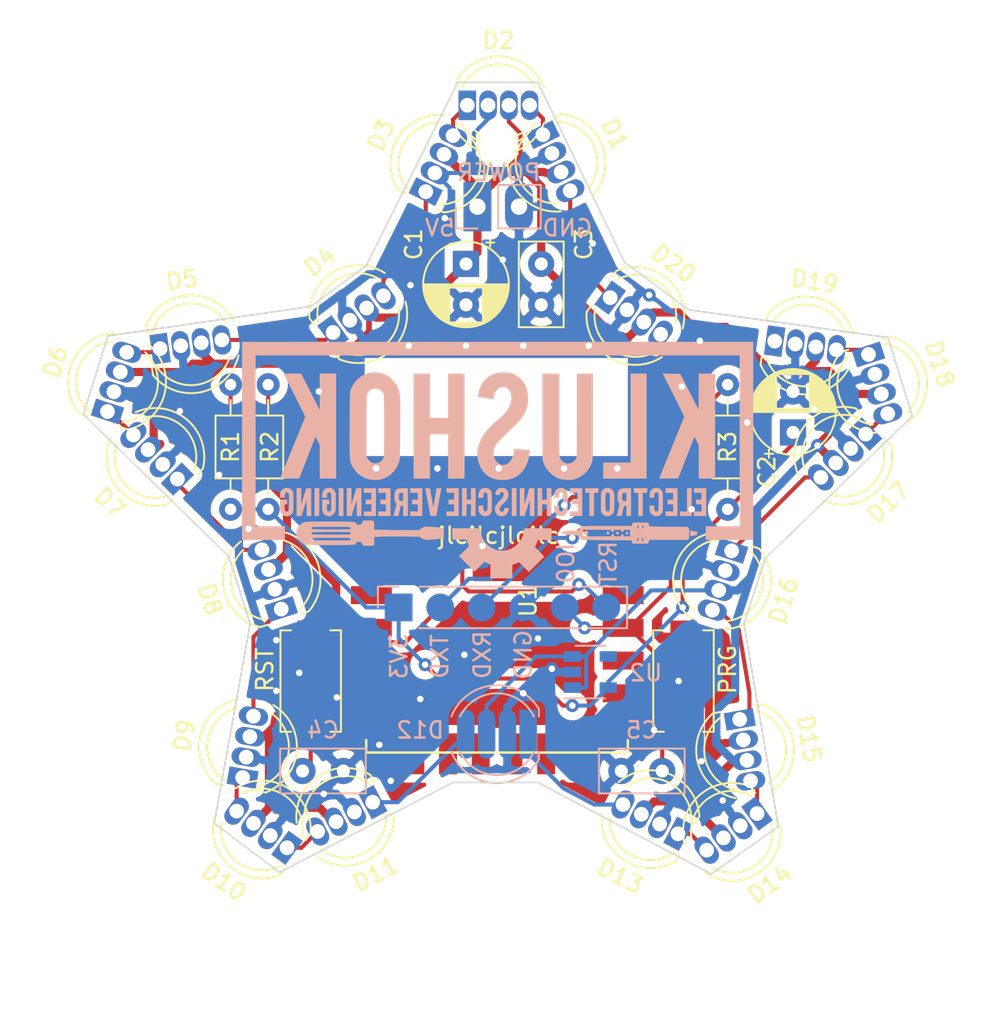
<source format=kicad_pcb>
(kicad_pcb (version 20171130) (host pcbnew "(5.1.9)-1")
  (layers (0 F.Cu signal) (31 B.Cu signal) (34 B.Paste user) (35 F.Paste user) (36 B.SilkS user) (37 F.SilkS user) (38 B.Mask user) (39 F.Mask user) (44 Edge.Cuts user))
  (net 0 "")
  (net 1 "Net-(D1-Pad4)")
  (net 2 "Net-(D1-Pad1)")
  (net 3 "Net-(D2-Pad1)")
  (net 4 "Net-(D3-Pad1)")
  (net 5 "Net-(D4-Pad1)")
  (net 6 "Net-(D6-Pad1)")
  (net 7 "Net-(D7-Pad1)")
  (net 8 "Net-(D8-Pad1)")
  (net 9 "Net-(D10-Pad4)")
  (net 10 "Net-(D11-Pad1)")
  (net 11 "Net-(D12-Pad1)")
  (net 12 "Net-(D13-Pad1)")
  (net 13 "Net-(D14-Pad1)")
  (net 14 "Net-(U2-Pad4)")
  (net 15 +3V3)
  (net 16 "Net-(U1-Pad4)")
  (net 17 GND)
  (net 18 +5V)
  (net 19 /DoD5)
  (net 20 /DoD10)
  (net 21 /DoD15)
  (net 22 "Net-(D16-Pad1)")
  (net 23 "Net-(D17-Pad1)")
  (net 24 "Net-(D18-Pad1)")
  (net 25 "Net-(D19-Pad1)")
  (net 26 "Net-(U1-Pad22)")
  (net 27 "Net-(U1-Pad21)")
  (net 28 "Net-(U1-Pad20)")
  (net 29 "Net-(U1-Pad19)")
  (net 30 "Net-(U1-Pad18)")
  (net 31 "Net-(U1-Pad17)")
  (net 32 "Net-(U1-Pad13)")
  (net 33 "Net-(U1-Pad11)")
  (net 34 "Net-(U1-Pad10)")
  (net 35 "Net-(U1-Pad7)")
  (net 36 "Net-(U1-Pad6)")
  (net 37 "Net-(U1-Pad5)")
  (net 38 /RST)
  (net 39 /GPIO0)
  (net 40 /LED_Din)
  (net 41 /RXD)
  (net 42 /TXD)
  (net 43 "Net-(R1-Pad2)")
  (net 44 /ADC)
  (module LED_THT:LED_D5.0mm-4_RGB (layer F.Cu) (at 120.615097 76.534316 288)
    (fp_text reference D18 (at 1.905 -3.96 108) (layer F.SilkS))
    (fp_text value APA-106-F5)
    (pad 4 thru_hole oval (at 3.81 0 288) (size 1.07 1.8) (drill 0.9) (layers *.Cu *.Mask) (net 23 "Net-(D17-Pad1)"))
    (pad 3 thru_hole oval (at 2.54 0 288) (size 1.07 1.8) (drill 0.9) (layers *.Cu *.Mask) (net 18 +5V))
    (pad 2 thru_hole oval (at 1.27 0 288) (size 1.07 1.8) (drill 0.9) (layers *.Cu *.Mask) (net 17 GND))
    (pad 1 thru_hole rect (at 0 0 288) (size 1.07 1.8) (drill 0.9) (layers *.Cu *.Mask) (net 24 "Net-(D18-Pad1)"))
  )
  (module ESP8266:ESP-12E_SMD (layer F.Cu) (at 90.91 85.25)
    (fp_text reference U1 (at 8.89 6.35 90) (layer F.SilkS))
    (fp_text value ESP-12F hide)
    (pad 22 smd rect (at 11.99 15 90) (size 2.5 1.1) (drill (offset -0.7 0)) (layers F.Cu F.Paste F.Mask) (net 26 "Net-(U1-Pad22)"))
    (pad 21 smd rect (at 9.99 15 90) (size 2.5 1.1) (drill (offset -0.7 0)) (layers F.Cu F.Paste F.Mask) (net 27 "Net-(U1-Pad21)"))
    (pad 20 smd rect (at 7.99 15 90) (size 2.5 1.1) (drill (offset -0.7 0)) (layers F.Cu F.Paste F.Mask) (net 28 "Net-(U1-Pad20)"))
    (pad 19 smd rect (at 5.99 15 90) (size 2.5 1.1) (drill (offset -0.7 0)) (layers F.Cu F.Paste F.Mask) (net 29 "Net-(U1-Pad19)"))
    (pad 18 smd rect (at 3.99 15 90) (size 2.5 1.1) (drill (offset -0.7 0)) (layers F.Cu F.Paste F.Mask) (net 30 "Net-(U1-Pad18)"))
    (pad 17 smd rect (at 1.99 15 90) (size 2.5 1.1) (drill (offset -0.7 0)) (layers F.Cu F.Paste F.Mask) (net 31 "Net-(U1-Pad17)"))
    (pad 16 smd rect (at 14 0) (size 2.5 1.1) (drill (offset 0.7 0)) (layers F.Cu F.Paste F.Mask) (net 42 /TXD))
    (pad 15 smd rect (at 14 2) (size 2.5 1.1) (drill (offset 0.7 0)) (layers F.Cu F.Paste F.Mask) (net 41 /RXD))
    (pad 14 smd rect (at 14 4) (size 2.5 1.1) (drill (offset 0.7 0)) (layers F.Cu F.Paste F.Mask) (net 40 /LED_Din))
    (pad 13 smd rect (at 14 6) (size 2.5 1.1) (drill (offset 0.7 0)) (layers F.Cu F.Paste F.Mask) (net 32 "Net-(U1-Pad13)"))
    (pad 12 smd rect (at 14 8) (size 2.5 1.1) (drill (offset 0.7 0)) (layers F.Cu F.Paste F.Mask) (net 39 /GPIO0))
    (pad 11 smd rect (at 14 10) (size 2.5 1.1) (drill (offset 0.7 0)) (layers F.Cu F.Paste F.Mask) (net 33 "Net-(U1-Pad11)"))
    (pad 10 smd rect (at 14 12) (size 2.5 1.1) (drill (offset 0.7 0)) (layers F.Cu F.Paste F.Mask) (net 34 "Net-(U1-Pad10)"))
    (pad 9 smd rect (at 14 14) (size 2.5 1.1) (drill (offset 0.7 0)) (layers F.Cu F.Paste F.Mask) (net 17 GND))
    (pad 8 smd rect (at 0 14) (size 2.5 1.1) (drill (offset -0.7 0)) (layers F.Cu F.Paste F.Mask) (net 15 +3V3))
    (pad 7 smd rect (at 0 12) (size 2.5 1.1) (drill (offset -0.7 0)) (layers F.Cu F.Paste F.Mask) (net 35 "Net-(U1-Pad7)"))
    (pad 6 smd rect (at 0 10) (size 2.5 1.1) (drill (offset -0.7 0)) (layers F.Cu F.Paste F.Mask) (net 36 "Net-(U1-Pad6)"))
    (pad 5 smd rect (at 0 8) (size 2.5 1.1) (drill (offset -0.7 0)) (layers F.Cu F.Paste F.Mask) (net 37 "Net-(U1-Pad5)"))
    (pad 4 smd rect (at 0 6) (size 2.5 1.1) (drill (offset -0.7 0)) (layers F.Cu F.Paste F.Mask) (net 16 "Net-(U1-Pad4)"))
    (pad 3 smd rect (at 0 4) (size 2.5 1.1) (drill (offset -0.7 0)) (layers F.Cu F.Paste F.Mask) (net 43 "Net-(R1-Pad2)"))
    (pad 2 smd rect (at 0 2) (size 2.5 1.1) (drill (offset -0.7 0)) (layers F.Cu F.Paste F.Mask) (net 44 /ADC))
    (pad 1 smd rect (at 0 0) (size 2.5 1.1) (drill (offset -0.7 0)) (layers F.Cu F.Paste F.Mask) (net 38 /RST))
  )
  (module MountingHole:MountingHole_2.2mm_M2 (layer F.Cu) (at 97.9 63.7)
    (fp_text reference REF** hide)
    (fp_text value MountingHole_2.2mm_M2)
    (pad 1 np_thru_hole circle (at 0 0) (size 2.2 2.2) (drill 2.2) (layers *.Cu *.Mask))
  )
  (module Button_Switch_SMD:SW_SPST_EVQPE1 (layer F.Cu) (at 109.3 96.5 90)
    (fp_text reference SW2 hide)
    (fp_text value PRG (at 0.7 2.7 -90) (layer F.SilkS))
    (pad 1 smd rect (at -2.7 0 90) (size 2 1.6) (layers F.Cu F.Paste F.Mask) (net 39 /GPIO0))
    (pad 2 smd rect (at 2.7 0 90) (size 2 1.6) (layers F.Cu F.Paste F.Mask) (net 17 GND))
  )
  (module Button_Switch_SMD:SW_SPST_EVQPE1 (layer F.Cu) (at 86.5 96.5 90)
    (fp_text reference SW1 hide)
    (fp_text value RST (at 0.7 -2.8 -90) (layer F.SilkS))
    (pad 1 smd rect (at -2.7 0 90) (size 2 1.6) (layers F.Cu F.Paste F.Mask) (net 38 /RST))
    (pad 2 smd rect (at 2.7 0 90) (size 2 1.6) (layers F.Cu F.Paste F.Mask) (net 17 GND))
  )
  (module Resistor_THT:R_Axial_DIN0204_L3.6mm_D1.6mm_P7.62mm_Horizontal (layer F.Cu) (at 112 86 90)
    (fp_text reference R3 (at 3.81 0 90) (layer F.SilkS))
    (fp_text value 10k)
    (pad 2 thru_hole oval (at 7.62 0 90) (size 1.4 1.4) (drill 0.7) (layers *.Cu *.Mask) (net 39 /GPIO0))
    (pad 1 thru_hole circle (at 0 0 90) (size 1.4 1.4) (drill 0.7) (layers *.Cu *.Mask) (net 15 +3V3))
  )
  (module Resistor_THT:R_Axial_DIN0204_L3.6mm_D1.6mm_P7.62mm_Horizontal (layer F.Cu) (at 83.9 86 90)
    (fp_text reference R2 (at 3.81 0.1 90) (layer F.SilkS))
    (fp_text value 10k)
    (pad 2 thru_hole oval (at 7.62 0 90) (size 1.4 1.4) (drill 0.7) (layers *.Cu *.Mask) (net 38 /RST))
    (pad 1 thru_hole circle (at 0 0 90) (size 1.4 1.4) (drill 0.7) (layers *.Cu *.Mask) (net 15 +3V3))
  )
  (module Resistor_THT:R_Axial_DIN0204_L3.6mm_D1.6mm_P7.62mm_Horizontal (layer F.Cu) (at 81.6 86 90)
    (fp_text reference R1 (at 3.81 0 90) (layer F.SilkS))
    (fp_text value 10k)
    (pad 2 thru_hole oval (at 7.62 0 90) (size 1.4 1.4) (drill 0.7) (layers *.Cu *.Mask) (net 43 "Net-(R1-Pad2)"))
    (pad 1 thru_hole circle (at 0 0 90) (size 1.4 1.4) (drill 0.7) (layers *.Cu *.Mask) (net 15 +3V3))
  )
  (module star:conn_01x06_SMD (layer B.Cu) (at 98.23 92)
    (fp_text reference J2 hide)
    (fp_text value Conn_01x06_Male)
    (pad 6 smd circle (at 6.35 0) (size 1.7 1.7) (layers B.Cu B.Paste B.Mask) (net 38 /RST))
    (pad 5 smd circle (at 3.81 0) (size 1.7 1.7) (layers B.Cu B.Paste B.Mask) (net 39 /GPIO0))
    (pad 4 smd circle (at 1.27 0) (size 1.7 1.7) (layers B.Cu B.Paste B.Mask) (net 17 GND))
    (pad 3 smd circle (at -1.27 0) (size 1.7 1.7) (layers B.Cu B.Paste B.Mask) (net 41 /RXD))
    (pad 2 smd circle (at -3.81 0) (size 1.7 1.7) (layers B.Cu B.Paste B.Mask) (net 42 /TXD))
    (pad 1 smd rect (at -6.35 0) (size 1.7 1.7) (layers B.Cu B.Paste B.Mask) (net 15 +3V3))
  )
  (module Capacitor_THT:C_Disc_D5.0mm_W2.5mm_P2.50mm (layer B.Cu) (at 105.5 102)
    (fp_text reference C5 (at 1.25 -2.5) (layer B.SilkS) (effects (justify mirror)))
    (fp_text value 100nF)
    (pad 2 thru_hole circle (at 2.5 0) (size 1.6 1.6) (drill 0.8) (layers *.Cu *.Mask) (net 39 /GPIO0))
    (pad 1 thru_hole circle (at 0 0) (size 1.6 1.6) (drill 0.8) (layers *.Cu *.Mask) (net 17 GND))
  )
  (module Capacitor_THT:C_Disc_D5.0mm_W2.5mm_P2.50mm (layer B.Cu) (at 88.5 102 180)
    (fp_text reference C4 (at 1.25 2.5) (layer B.SilkS) (effects (justify mirror)))
    (fp_text value 100nF)
    (pad 2 thru_hole circle (at 2.5 0 180) (size 1.6 1.6) (drill 0.8) (layers *.Cu *.Mask) (net 38 /RST))
    (pad 1 thru_hole circle (at 0 0 180) (size 1.6 1.6) (drill 0.8) (layers *.Cu *.Mask) (net 17 GND))
  )
  (module Capacitor_THT:C_Disc_D5.0mm_W2.5mm_P2.50mm (layer F.Cu) (at 100.6 71 270)
    (fp_text reference C3 (at -1.2 -2.6 90) (layer F.SilkS))
    (fp_text value 100nF)
    (pad 2 thru_hole circle (at 2.5 0 270) (size 1.6 1.6) (drill 0.8) (layers *.Cu *.Mask) (net 17 GND))
    (pad 1 thru_hole circle (at 0 0 270) (size 1.6 1.6) (drill 0.8) (layers *.Cu *.Mask) (net 18 +5V))
  )
  (module Capacitor_THT:CP_Radial_D5.0mm_P2.50mm (layer F.Cu) (at 116 81.3 90)
    (fp_text reference C2 (at -2.4 -1.6 90) (layer F.SilkS))
    (fp_text value 1uF)
    (pad 2 thru_hole circle (at 2.5 0 90) (size 1.6 1.6) (drill 0.8) (layers *.Cu *.Mask) (net 17 GND))
    (pad 1 thru_hole rect (at 0 0 90) (size 1.6 1.6) (drill 0.8) (layers *.Cu *.Mask) (net 15 +3V3))
  )
  (module Capacitor_THT:CP_Radial_D5.0mm_P2.50mm (layer F.Cu) (at 96 71 270)
    (fp_text reference C1 (at -1.2 3.2 90) (layer F.SilkS))
    (fp_text value 10uF)
    (pad 2 thru_hole circle (at 2.5 0 270) (size 1.6 1.6) (drill 0.8) (layers *.Cu *.Mask) (net 17 GND))
    (pad 1 thru_hole rect (at 0 0 270) (size 1.6 1.6) (drill 0.8) (layers *.Cu *.Mask) (net 18 +5V))
  )
  (module Connector_PinSocket_2.54mm:PinSocket_1x02_P2.54mm_Vertical (layer B.Cu) (at 96.7 67.5 270)
    (fp_text reference J1 hide)
    (fp_text value POWER (at -2.1 -1.3) (layer B.SilkS) (effects (justify mirror)))
    (pad 2 thru_hole oval (at 0 -2.54 270) (size 3 1.7) (drill 1) (layers *.Cu *.Mask) (net 17 GND))
    (pad 1 thru_hole rect (at 0 0 270) (size 3 1.7) (drill 1) (layers *.Cu *.Mask) (net 18 +5V))
  )
  (module LED_THT:LED_D5.0mm-4_RGB (layer F.Cu) (at 104.817645 73.060538 324)
    (fp_text reference D20 (at 1.905 -3.96 144) (layer F.SilkS))
    (fp_text value APA-106-F5)
    (pad 4 thru_hole oval (at 3.81 0 324) (size 1.07 1.8) (drill 0.9) (layers *.Cu *.Mask) (net 40 /LED_Din))
    (pad 3 thru_hole oval (at 2.54 0 324) (size 1.07 1.8) (drill 0.9) (layers *.Cu *.Mask) (net 18 +5V))
    (pad 2 thru_hole oval (at 1.27 0 324) (size 1.07 1.8) (drill 0.9) (layers *.Cu *.Mask) (net 17 GND))
    (pad 1 thru_hole rect (at 0 0 324) (size 1.07 1.8) (drill 0.9) (layers *.Cu *.Mask) (net 1 "Net-(D1-Pad4)"))
  )
  (module LED_THT:LED_D5.0mm-4_RGB (layer F.Cu) (at 114.877079 75.71975 352)
    (fp_text reference D19 (at 1.905 -3.96 172) (layer F.SilkS))
    (fp_text value APA-106-F5)
    (pad 4 thru_hole oval (at 3.81 0 352) (size 1.07 1.8) (drill 0.9) (layers *.Cu *.Mask) (net 24 "Net-(D18-Pad1)"))
    (pad 3 thru_hole oval (at 2.54 0 352) (size 1.07 1.8) (drill 0.9) (layers *.Cu *.Mask) (net 18 +5V))
    (pad 2 thru_hole oval (at 1.27 0 352) (size 1.07 1.8) (drill 0.9) (layers *.Cu *.Mask) (net 17 GND))
    (pad 1 thru_hole rect (at 0 0 352) (size 1.07 1.8) (drill 0.9) (layers *.Cu *.Mask) (net 25 "Net-(D19-Pad1)"))
  )
  (module LED_THT:LED_D5.0mm-4_RGB (layer F.Cu) (at 120.440685 81.403352 224)
    (fp_text reference D17 (at 1.905 -3.96 44) (layer F.SilkS))
    (fp_text value APA-106-F5)
    (pad 4 thru_hole oval (at 3.81 0 224) (size 1.07 1.8) (drill 0.9) (layers *.Cu *.Mask) (net 22 "Net-(D16-Pad1)"))
    (pad 3 thru_hole oval (at 2.54 0 224) (size 1.07 1.8) (drill 0.9) (layers *.Cu *.Mask) (net 18 +5V))
    (pad 2 thru_hole oval (at 1.27 0 224) (size 1.07 1.8) (drill 0.9) (layers *.Cu *.Mask) (net 17 GND))
    (pad 1 thru_hole rect (at 0 0 224) (size 1.07 1.8) (drill 0.9) (layers *.Cu *.Mask) (net 23 "Net-(D17-Pad1)"))
  )
  (module LED_THT:LED_D5.0mm-4_RGB (layer F.Cu) (at 112.242452 88.542158 252)
    (fp_text reference D16 (at 1.905 -3.96 72) (layer F.SilkS))
    (fp_text value APA-106-F5)
    (pad 4 thru_hole oval (at 3.81 0 252) (size 1.07 1.8) (drill 0.9) (layers *.Cu *.Mask) (net 21 /DoD15))
    (pad 3 thru_hole oval (at 2.54 0 252) (size 1.07 1.8) (drill 0.9) (layers *.Cu *.Mask) (net 18 +5V))
    (pad 2 thru_hole oval (at 1.27 0 252) (size 1.07 1.8) (drill 0.9) (layers *.Cu *.Mask) (net 17 GND))
    (pad 1 thru_hole rect (at 0 0 252) (size 1.07 1.8) (drill 0.9) (layers *.Cu *.Mask) (net 22 "Net-(D16-Pad1)"))
  )
  (module LED_THT:LED_D5.0mm-4_RGB (layer F.Cu) (at 112.7384 98.847882 280)
    (fp_text reference D15 (at 1.905 -3.96 100) (layer F.SilkS))
    (fp_text value APA-106-F5)
    (pad 4 thru_hole oval (at 3.81 0 280) (size 1.07 1.8) (drill 0.9) (layers *.Cu *.Mask) (net 13 "Net-(D14-Pad1)"))
    (pad 3 thru_hole oval (at 2.54 0 280) (size 1.07 1.8) (drill 0.9) (layers *.Cu *.Mask) (net 18 +5V))
    (pad 2 thru_hole oval (at 1.27 0 280) (size 1.07 1.8) (drill 0.9) (layers *.Cu *.Mask) (net 17 GND))
    (pad 1 thru_hole rect (at 0 0 280) (size 1.07 1.8) (drill 0.9) (layers *.Cu *.Mask) (net 21 /DoD15))
  )
  (module LED_THT:LED_D5.0mm-4_RGB (layer F.Cu) (at 113.8 104.6 216)
    (fp_text reference D14 (at 1.905 -3.96 36) (layer F.SilkS))
    (fp_text value APA-106-F5)
    (pad 4 thru_hole oval (at 3.81 0 216) (size 1.07 1.8) (drill 0.9) (layers *.Cu *.Mask) (net 12 "Net-(D13-Pad1)"))
    (pad 3 thru_hole oval (at 2.54 0 216) (size 1.07 1.8) (drill 0.9) (layers *.Cu *.Mask) (net 18 +5V))
    (pad 2 thru_hole oval (at 1.27 0 216) (size 1.07 1.8) (drill 0.9) (layers *.Cu *.Mask) (net 17 GND))
    (pad 1 thru_hole rect (at 0 0 216) (size 1.07 1.8) (drill 0.9) (layers *.Cu *.Mask) (net 13 "Net-(D14-Pad1)"))
  )
  (module LED_THT:LED_D5.0mm-4_RGB (layer F.Cu) (at 108.96403 105.838687 152)
    (fp_text reference D13 (at 1.905 -3.96 152) (layer F.SilkS))
    (fp_text value APA-106-F5)
    (pad 4 thru_hole oval (at 3.81 0 152) (size 1.07 1.8) (drill 0.9) (layers *.Cu *.Mask) (net 11 "Net-(D12-Pad1)"))
    (pad 3 thru_hole oval (at 2.54 0 152) (size 1.07 1.8) (drill 0.9) (layers *.Cu *.Mask) (net 18 +5V))
    (pad 2 thru_hole oval (at 1.27 0 152) (size 1.07 1.8) (drill 0.9) (layers *.Cu *.Mask) (net 17 GND))
    (pad 1 thru_hole rect (at 0 0 152) (size 1.07 1.8) (drill 0.9) (layers *.Cu *.Mask) (net 12 "Net-(D13-Pad1)"))
  )
  (module LED_THT:LED_D5.0mm-4_RGB (layer B.Cu) (at 99.8 99.75 180)
    (fp_text reference D12 (at 6.6 0.25) (layer B.SilkS) (effects (justify mirror)))
    (fp_text value APA-106-F5)
    (pad 4 smd oval (at 3.81 0 180) (size 1.07 3) (layers B.Cu B.Paste B.Mask) (net 10 "Net-(D11-Pad1)"))
    (pad 3 smd oval (at 2.54 0 180) (size 1.07 3) (layers B.Cu B.Paste B.Mask) (net 18 +5V))
    (pad 2 smd oval (at 1.27 0 180) (size 1.07 3) (layers B.Cu B.Paste B.Mask) (net 17 GND))
    (pad 1 smd rect (at 0 0 180) (size 1.07 3) (layers B.Cu B.Paste B.Mask) (net 11 "Net-(D12-Pad1)"))
  )
  (module LED_THT:LED_D5.0mm-4_RGB (layer F.Cu) (at 90.292687 103.907542 208)
    (fp_text reference D11 (at 1.905 -3.96 28) (layer F.SilkS))
    (fp_text value APA-106-F5)
    (pad 4 thru_hole oval (at 3.81 0 208) (size 1.07 1.8) (drill 0.9) (layers *.Cu *.Mask) (net 20 /DoD10))
    (pad 3 thru_hole oval (at 2.54 0 208) (size 1.07 1.8) (drill 0.9) (layers *.Cu *.Mask) (net 18 +5V))
    (pad 2 thru_hole oval (at 1.27 0 208) (size 1.07 1.8) (drill 0.9) (layers *.Cu *.Mask) (net 17 GND))
    (pad 1 thru_hole rect (at 0 0 208) (size 1.07 1.8) (drill 0.9) (layers *.Cu *.Mask) (net 10 "Net-(D11-Pad1)"))
  )
  (module LED_THT:LED_D5.0mm-4_RGB (layer F.Cu) (at 85.054903 106.692975 144)
    (fp_text reference D10 (at 1.905 -3.96 144) (layer F.SilkS))
    (fp_text value APA-106-F5)
    (pad 4 thru_hole oval (at 3.81 0 144) (size 1.07 1.8) (drill 0.9) (layers *.Cu *.Mask) (net 9 "Net-(D10-Pad4)"))
    (pad 3 thru_hole oval (at 2.54 0 144) (size 1.07 1.8) (drill 0.9) (layers *.Cu *.Mask) (net 18 +5V))
    (pad 2 thru_hole oval (at 1.27 0 144) (size 1.07 1.8) (drill 0.9) (layers *.Cu *.Mask) (net 17 GND))
    (pad 1 thru_hole rect (at 0 0 144) (size 1.07 1.8) (drill 0.9) (layers *.Cu *.Mask) (net 20 /DoD10))
  )
  (module LED_THT:LED_D5.0mm-4_RGB (layer F.Cu) (at 82.3384 102.402118 80)
    (fp_text reference D9 (at 1.905 -3.96 80) (layer F.SilkS))
    (fp_text value APA-106-F5)
    (pad 4 thru_hole oval (at 3.81 0 80) (size 1.07 1.8) (drill 0.9) (layers *.Cu *.Mask) (net 8 "Net-(D8-Pad1)"))
    (pad 3 thru_hole oval (at 2.54 0 80) (size 1.07 1.8) (drill 0.9) (layers *.Cu *.Mask) (net 18 +5V))
    (pad 2 thru_hole oval (at 1.27 0 80) (size 1.07 1.8) (drill 0.9) (layers *.Cu *.Mask) (net 17 GND))
    (pad 1 thru_hole rect (at 0 0 80) (size 1.07 1.8) (drill 0.9) (layers *.Cu *.Mask) (net 9 "Net-(D10-Pad4)"))
  )
  (module LED_THT:LED_D5.0mm-4_RGB (layer F.Cu) (at 84.7 92.1 108)
    (fp_text reference D8 (at 1.905 -3.96 108) (layer F.SilkS))
    (fp_text value APA-106-F5)
    (pad 4 thru_hole oval (at 3.81 0 108) (size 1.07 1.8) (drill 0.9) (layers *.Cu *.Mask) (net 7 "Net-(D7-Pad1)"))
    (pad 3 thru_hole oval (at 2.54 0 108) (size 1.07 1.8) (drill 0.9) (layers *.Cu *.Mask) (net 18 +5V))
    (pad 2 thru_hole oval (at 1.27 0 108) (size 1.07 1.8) (drill 0.9) (layers *.Cu *.Mask) (net 17 GND))
    (pad 1 thru_hole rect (at 0 0 108) (size 1.07 1.8) (drill 0.9) (layers *.Cu *.Mask) (net 8 "Net-(D8-Pad1)"))
  )
  (module LED_THT:LED_D5.0mm-4_RGB (layer F.Cu) (at 78.35 84.15 135)
    (fp_text reference D7 (at 1.905 -3.96 135) (layer F.SilkS))
    (fp_text value APA-106-F5)
    (pad 4 thru_hole oval (at 3.81 0 135) (size 1.07 1.8) (drill 0.9) (layers *.Cu *.Mask) (net 6 "Net-(D6-Pad1)"))
    (pad 3 thru_hole oval (at 2.54 0 135) (size 1.07 1.8) (drill 0.9) (layers *.Cu *.Mask) (net 18 +5V))
    (pad 2 thru_hole oval (at 1.27 0 135) (size 1.07 1.8) (drill 0.9) (layers *.Cu *.Mask) (net 17 GND))
    (pad 1 thru_hole rect (at 0 0 135) (size 1.07 1.8) (drill 0.9) (layers *.Cu *.Mask) (net 7 "Net-(D7-Pad1)"))
  )
  (module LED_THT:LED_D5.0mm-4_RGB (layer F.Cu) (at 74.072645 80.023525 72)
    (fp_text reference D6 (at 1.905 -3.96 72) (layer F.SilkS))
    (fp_text value APA-106-F5)
    (pad 4 thru_hole oval (at 3.81 0 72) (size 1.07 1.8) (drill 0.9) (layers *.Cu *.Mask) (net 19 /DoD5))
    (pad 3 thru_hole oval (at 2.54 0 72) (size 1.07 1.8) (drill 0.9) (layers *.Cu *.Mask) (net 18 +5V))
    (pad 2 thru_hole oval (at 1.27 0 72) (size 1.07 1.8) (drill 0.9) (layers *.Cu *.Mask) (net 17 GND))
    (pad 1 thru_hole rect (at 0 0 72) (size 1.07 1.8) (drill 0.9) (layers *.Cu *.Mask) (net 6 "Net-(D6-Pad1)"))
  )
  (module LED_THT:LED_D5.0mm-4_RGB (layer F.Cu) (at 77.29236 76.17675 8)
    (fp_text reference D5 (at 1.905 -3.96 8) (layer F.SilkS))
    (fp_text value APA-106-F5)
    (pad 4 thru_hole oval (at 3.81 0 8) (size 1.07 1.8) (drill 0.9) (layers *.Cu *.Mask) (net 5 "Net-(D4-Pad1)"))
    (pad 3 thru_hole oval (at 2.54 0 8) (size 1.07 1.8) (drill 0.9) (layers *.Cu *.Mask) (net 18 +5V))
    (pad 2 thru_hole oval (at 1.27 0 8) (size 1.07 1.8) (drill 0.9) (layers *.Cu *.Mask) (net 17 GND))
    (pad 1 thru_hole rect (at 0 0 8) (size 1.07 1.8) (drill 0.9) (layers *.Cu *.Mask) (net 19 /DoD5))
  )
  (module LED_THT:LED_D5.0mm-4_RGB (layer F.Cu) (at 87.867645 75.189462 36)
    (fp_text reference D4 (at 1.905 -3.96 36) (layer F.SilkS))
    (fp_text value APA-106-F5)
    (pad 4 thru_hole oval (at 3.81 0 36) (size 1.07 1.8) (drill 0.9) (layers *.Cu *.Mask) (net 4 "Net-(D3-Pad1)"))
    (pad 3 thru_hole oval (at 2.54 0 36) (size 1.07 1.8) (drill 0.9) (layers *.Cu *.Mask) (net 18 +5V))
    (pad 2 thru_hole oval (at 1.27 0 36) (size 1.07 1.8) (drill 0.9) (layers *.Cu *.Mask) (net 17 GND))
    (pad 1 thru_hole rect (at 0 0 36) (size 1.07 1.8) (drill 0.9) (layers *.Cu *.Mask) (net 5 "Net-(D4-Pad1)"))
  )
  (module LED_THT:LED_D5.0mm-4_RGB (layer F.Cu) (at 93.536537 66.582937 64)
    (fp_text reference D3 (at 1.905 -3.959999 64) (layer F.SilkS))
    (fp_text value APA-106-F5)
    (pad 4 thru_hole oval (at 3.81 0 64) (size 1.07 1.8) (drill 0.9) (layers *.Cu *.Mask) (net 3 "Net-(D2-Pad1)"))
    (pad 3 thru_hole oval (at 2.54 0 64) (size 1.07 1.8) (drill 0.9) (layers *.Cu *.Mask) (net 18 +5V))
    (pad 2 thru_hole oval (at 1.27 0 64) (size 1.07 1.8) (drill 0.9) (layers *.Cu *.Mask) (net 17 GND))
    (pad 1 thru_hole rect (at 0 0 64) (size 1.07 1.8) (drill 0.9) (layers *.Cu *.Mask) (net 4 "Net-(D3-Pad1)"))
  )
  (module LED_THT:LED_D5.0mm-4_RGB (layer F.Cu) (at 96.08 61.3)
    (fp_text reference D2 (at 1.905 -3.96) (layer F.SilkS))
    (fp_text value APA-106-F5)
    (pad 4 thru_hole oval (at 3.81 0) (size 1.07 1.8) (drill 0.9) (layers *.Cu *.Mask) (net 2 "Net-(D1-Pad1)"))
    (pad 3 thru_hole oval (at 2.54 0) (size 1.07 1.8) (drill 0.9) (layers *.Cu *.Mask) (net 18 +5V))
    (pad 2 thru_hole oval (at 1.27 0) (size 1.07 1.8) (drill 0.9) (layers *.Cu *.Mask) (net 17 GND))
    (pad 1 thru_hole rect (at 0 0) (size 1.07 1.8) (drill 0.9) (layers *.Cu *.Mask) (net 3 "Net-(D2-Pad1)"))
  )
  (module LED_THT:LED_D5.0mm-4_RGB (layer F.Cu) (at 100.7 63.1 296)
    (fp_text reference D1 (at 1.905 -3.96 116) (layer F.SilkS))
    (fp_text value APA-106-F5)
    (pad 4 thru_hole oval (at 3.81 0 296) (size 1.07 1.8) (drill 0.9) (layers *.Cu *.Mask) (net 1 "Net-(D1-Pad4)"))
    (pad 3 thru_hole oval (at 2.54 0 296) (size 1.07 1.8) (drill 0.9) (layers *.Cu *.Mask) (net 18 +5V))
    (pad 2 thru_hole oval (at 1.27 0 296) (size 1.07 1.8) (drill 0.9) (layers *.Cu *.Mask) (net 17 GND))
    (pad 1 thru_hole rect (at 0 0 296) (size 1.07 1.8) (drill 0.9) (layers *.Cu *.Mask) (net 2 "Net-(D1-Pad1)"))
  )
  (module LOGO (layer B.Cu) (at 97.94 83.15 180)
    (fp_text reference G*** hide)
    (fp_text value LOGO hide)
  )
  (module Package_TO_SOT_SMD:SOT-23-5 (layer B.Cu) (at 103.6 95.95)
    (fp_text reference U2 (at 3.4 0.05) (layer B.SilkS) (effects (justify mirror)))
    (fp_text value AP2112K-3.3)
    (pad 5 smd rect (at 1.1 0.95) (size 1.06 0.65) (layers B.Cu B.Paste B.Mask) (net 15 +3V3))
    (pad 4 smd rect (at 1.1 -0.95) (size 1.06 0.65) (layers B.Cu B.Paste B.Mask) (net 14 "Net-(U2-Pad4)"))
    (pad 3 smd rect (at -1.1 -0.95) (size 1.06 0.65) (layers B.Cu B.Paste B.Mask) (net 18 +5V))
    (pad 2 smd rect (at -1.1 0) (size 1.06 0.65) (layers B.Cu B.Paste B.Mask) (net 17 GND))
    (pad 1 smd rect (at -1.1 0.95) (size 1.06 0.65) (layers B.Cu B.Paste B.Mask) (net 18 +5V))
  )
  (gr_text RST (at 104.7 89.3 90) (layer B.SilkS) (effects (font (size 1 1)) (justify mirror)))
  (gr_text IO0 (at 102.1 89.3 90) (layer B.SilkS) (effects (font (size 1 1)) (justify mirror)))
  (gr_text GND (at 99.5 94.9 90) (layer B.SilkS) (effects (font (size 1 1)) (justify mirror)))
  (gr_text RXD (at 97 94.9 90) (layer B.SilkS) (effects (font (size 1 1)) (justify mirror)))
  (gr_text TXD (at 94.4 95 90) (layer B.SilkS) (effects (font (size 1 1)) (justify mirror)))
  (gr_text 3V3 (at 91.9 95 90) (layer B.SilkS) (effects (font (size 1 1)) (justify mirror)))
  (gr_line (start 114.3 89) (end 113 93) (layer Edge.Cuts) (width 0.1))
  (gr_line (start 81.5 88.9) (end 82.8 93) (layer Edge.Cuts) (width 0.1))
  (gr_line (start 89.9 71.1) (end 86.5 73.6) (layer Edge.Cuts) (width 0.1))
  (gr_line (start 105.7 70.9) (end 109.6 73.8) (layer Edge.Cuts) (width 0.1))
  (gr_line (start 100.4 102.7) (end 95.2 102.7) (layer Edge.Cuts) (width 0.1))
  (gr_line (start 80.6 105.2) (end 84.6 108.2) (layer Edge.Cuts) (width 0.1))
  (gr_line (start 115.1 105.4) (end 111 108.3) (layer Edge.Cuts) (width 0.1))
  (gr_line (start 121.8 75.5) (end 123.3 80.3) (layer Edge.Cuts) (width 0.1))
  (gr_line (start 74.1 75.4) (end 72.6 80.2) (layer Edge.Cuts) (width 0.1))
  (gr_line (start 95.5 59.9) (end 100.4 59.9) (layer Edge.Cuts) (width 0.1))
  (gr_text jlcjlcjlcjlc (at 98 87.6) (layer F.SilkS) (effects (font (size 1 1))))
  (gr_text GND (at 102.2 68.8) (layer B.SilkS) (effects (font (size 1 1)) (justify mirror)))
  (gr_text 5V (at 94.4 68.8) (layer B.SilkS) (effects (font (size 1 1)) (justify mirror)))
  (gr_line (start 95.2 102.7) (end 84.6 108.2) (layer Edge.Cuts) (width 0.1))
  (gr_line (start 74.1 75.4) (end 86.5 73.6) (layer Edge.Cuts) (width 0.1))
  (gr_line (start 81.5 88.9) (end 72.6 80.2) (layer Edge.Cuts) (width 0.1))
  (gr_line (start 80.6 105.2) (end 82.8 93) (layer Edge.Cuts) (width 0.1))
  (gr_line (start 113 93) (end 115.1 105.4) (layer Edge.Cuts) (width 0.1))
  (gr_line (start 111 108.3) (end 100.4 102.7) (layer Edge.Cuts) (width 0.1))
  (gr_line (start 123.3 80.3) (end 114.3 89) (layer Edge.Cuts) (width 0.1))
  (gr_line (start 109.6 73.8) (end 121.8 75.5) (layer Edge.Cuts) (width 0.1))
  (gr_line (start 100.4 59.9) (end 105.7 70.9) (layer Edge.Cuts) (width 0.1))
  (gr_line (start 89.9 71.1) (end 95.5 59.9) (layer Edge.Cuts) (width 0.1))
  (segment (start 102.370194 70.613087) (end 102.370194 66.524405) (width 0.25) (layer F.Cu) (net 1))
  (segment (start 104.817645 73.060538) (end 102.370194 70.613087) (width 0.25) (layer F.Cu) (net 1))
  (segment (start 100.7 62.11) (end 99.89 61.3) (width 0.25) (layer F.Cu) (net 2))
  (segment (start 100.7 63.1) (end 100.7 62.11) (width 0.25) (layer F.Cu) (net 2))
  (segment (start 95.206731 62.173269) (end 96.08 61.3) (width 0.25) (layer F.Cu) (net 3))
  (segment (start 95.206731 63.158532) (end 95.206731 62.173269) (width 0.25) (layer F.Cu) (net 3))
  (segment (start 90.95 72.95) (end 90.95 71.95) (width 0.25) (layer F.Cu) (net 4))
  (segment (start 93.536537 69.363463) (end 93.536537 66.582937) (width 0.25) (layer F.Cu) (net 4))
  (segment (start 90.95 71.95) (end 93.536537 69.363463) (width 0.25) (layer F.Cu) (net 4))
  (segment (start 87.410607 75.6465) (end 87.867645 75.189462) (width 0.25) (layer F.Cu) (net 5))
  (segment (start 81.065281 75.6465) (end 87.410607 75.6465) (width 0.25) (layer F.Cu) (net 5))
  (segment (start 74.223525 80.023525) (end 75.655923 81.455923) (width 0.25) (layer F.Cu) (net 6))
  (segment (start 74.072645 80.023525) (end 74.223525 80.023525) (width 0.25) (layer F.Cu) (net 6))
  (segment (start 78.35 84.435966) (end 78.35 84.15) (width 0.25) (layer F.Cu) (net 7))
  (segment (start 82.390509 88.476475) (end 78.35 84.435966) (width 0.25) (layer F.Cu) (net 7))
  (segment (start 83.522645 88.476475) (end 82.390509 88.476475) (width 0.25) (layer F.Cu) (net 7))
  (segment (start 83.004462 93.795538) (end 84.7 92.1) (width 0.25) (layer F.Cu) (net 8))
  (segment (start 83 93.821173) (end 83.004462 93.795538) (width 0.25) (layer F.Cu) (net 8))
  (segment (start 83 98.65) (end 83 93.821173) (width 0.25) (layer F.Cu) (net 8))
  (segment (start 81.972548 102.76797) (end 82.3384 102.402118) (width 0.25) (layer F.Cu) (net 9))
  (segment (start 81.972548 104.453513) (end 81.972548 102.76797) (width 0.25) (layer F.Cu) (net 9))
  (segment (start 91.832458 103.907542) (end 95.99 99.75) (width 0.25) (layer B.Cu) (net 10))
  (segment (start 90.292687 103.907542) (end 91.832458 103.907542) (width 0.25) (layer B.Cu) (net 10))
  (segment (start 99.8 99.75) (end 99.8 100.9) (width 0.25) (layer B.Cu) (net 11))
  (segment (start 103.840391 104.05) (end 105.6 104.05) (width 0.25) (layer B.Cu) (net 11))
  (segment (start 101.950554 103.050554) (end 103.840391 104.05) (width 0.25) (layer B.Cu) (net 11))
  (segment (start 99.8 100.9) (end 101.950554 103.050554) (width 0.25) (layer B.Cu) (net 11))
  (segment (start 109.71687 105.838687) (end 110.717645 106.839462) (width 0.25) (layer F.Cu) (net 12))
  (segment (start 108.96403 105.838687) (end 109.71687 105.838687) (width 0.25) (layer F.Cu) (net 12))
  (segment (start 113.8 103) (end 113.4 102.6) (width 0.25) (layer F.Cu) (net 13))
  (segment (start 113.8 104.6) (end 113.8 103) (width 0.25) (layer F.Cu) (net 13))
  (segment (start 89.9 92) (end 83.9 86) (width 0.25) (layer B.Cu) (net 15))
  (segment (start 91.88 92) (end 89.9 92) (width 0.25) (layer B.Cu) (net 15))
  (segment (start 81.6 86) (end 83.9 86) (width 0.25) (layer B.Cu) (net 15))
  (segment (start 96.7 66.35) (end 94.65 64.3) (width 0.5) (layer F.Cu) (net 18))
  (segment (start 96.7 67.5) (end 96.7 66.35) (width 0.25) (layer F.Cu) (net 18))
  (segment (start 96.7 67.5) (end 96.7 67) (width 0.25) (layer F.Cu) (net 18))
  (segment (start 96.7 70.3) (end 96 71) (width 0.25) (layer F.Cu) (net 18))
  (segment (start 96.7 67.5) (end 96.7 70.3) (width 0.5) (layer F.Cu) (net 18))
  (segment (start 89.922548 73.696487) (end 89.830311 73.60425) (width 0.25) (layer F.Cu) (net 18))
  (segment (start 90.014786 73.788725) (end 89.922548 73.696487) (width 0.25) (layer F.Cu) (net 18))
  (segment (start 79.807641 75.82325) (end 79.807641 75.974022) (width 0.25) (layer F.Cu) (net 18))
  (segment (start 105.951071 75.47499) (end 106.872548 74.553513) (width 0.5) (layer F.Cu) (net 18))
  (segment (start 105.07499 75.47499) (end 105.951071 75.47499) (width 0.5) (layer F.Cu) (net 18))
  (segment (start 100.6 71) (end 105.07499 75.47499) (width 0.5) (layer F.Cu) (net 18))
  (segment (start 117.39236 76.224021) (end 117.39236 76.07325) (width 0.25) (layer F.Cu) (net 18))
  (segment (start 107.322158 90.957842) (end 111.457549 90.957842) (width 0.25) (layer B.Cu) (net 18))
  (segment (start 103.28 95) (end 107.322158 90.957842) (width 0.25) (layer B.Cu) (net 18))
  (segment (start 102.5 95) (end 103.28 95) (width 0.25) (layer B.Cu) (net 18))
  (segment (start 76.774026 82.133872) (end 76.553949 82.353949) (width 0.25) (layer F.Cu) (net 18))
  (segment (start 76.774025 82.133873) (end 76.553949 82.353949) (width 0.25) (layer F.Cu) (net 18))
  (segment (start 100.26 95) (end 102.5 95) (width 0.25) (layer B.Cu) (net 18))
  (segment (start 97.26 98) (end 100.26 95) (width 0.25) (layer B.Cu) (net 18))
  (segment (start 97.26 99.75) (end 97.26 98) (width 0.25) (layer B.Cu) (net 18))
  (segment (start 103.355001 95.075001) (end 103.28 95) (width 0.25) (layer B.Cu) (net 18))
  (segment (start 103.355001 96.824999) (end 103.355001 95.075001) (width 0.25) (layer B.Cu) (net 18))
  (segment (start 103.28 96.9) (end 103.355001 96.824999) (width 0.25) (layer B.Cu) (net 18))
  (segment (start 102.5 96.9) (end 103.28 96.9) (width 0.25) (layer B.Cu) (net 18))
  (segment (start 77.06911 76.4) (end 77.29236 76.17675) (width 0.25) (layer F.Cu) (net 19))
  (segment (start 75.25 76.4) (end 77.06911 76.4) (width 0.25) (layer F.Cu) (net 19))
  (segment (start 85.931911 106.692975) (end 86.928657 105.696229) (width 0.25) (layer F.Cu) (net 20))
  (segment (start 85.054903 106.692975) (end 85.931911 106.692975) (width 0.25) (layer F.Cu) (net 20))
  (segment (start 116.73461 84.05) (end 112.242452 88.542158) (width 0.25) (layer F.Cu) (net 22))
  (segment (start 117.7 84.05) (end 116.73461 84.05) (width 0.25) (layer F.Cu) (net 22))
  (segment (start 121.686196 80.157841) (end 120.440685 81.403352) (width 0.25) (layer F.Cu) (net 23))
  (segment (start 121.792452 80.157841) (end 121.686196 80.157841) (width 0.25) (layer F.Cu) (net 23))
  (segment (start 120.330781 76.25) (end 120.615097 76.534316) (width 0.25) (layer F.Cu) (net 24))
  (segment (start 118.65 76.25) (end 120.330781 76.25) (width 0.25) (layer F.Cu) (net 24))
  (segment (start 102.474999 91.025001) (end 102.9 90.6) (width 0.25) (layer F.Cu) (net 38))
  (via (at 102.9 90.6) (size 0.8) (drill 0.4) (layers F.Cu B.Cu) (net 38))
  (segment (start 96.151999 91.025001) (end 102.474999 91.025001) (width 0.25) (layer F.Cu) (net 38))
  (segment (start 95.774999 90.648001) (end 96.151999 91.025001) (width 0.25) (layer F.Cu) (net 38))
  (segment (start 103.18 90.6) (end 104.58 92) (width 0.25) (layer B.Cu) (net 38))
  (segment (start 102.9 90.6) (end 103.18 90.6) (width 0.25) (layer B.Cu) (net 38))
  (segment (start 86.5 101.5) (end 86 102) (width 0.25) (layer F.Cu) (net 38))
  (segment (start 86.5 99.2) (end 86.5 101.5) (width 0.25) (layer F.Cu) (net 38))
  (segment (start 112 86.195002) (end 112 86.02) (width 0.25) (layer F.Cu) (net 15))
  (segment (start 116 82) (end 116 81.3) (width 0.25) (layer F.Cu) (net 15))
  (segment (start 112 86) (end 116 82) (width 0.25) (layer F.Cu) (net 15))
  (via (at 109.25 92) (size 0.8) (drill 0.4) (layers F.Cu B.Cu) (net 15))
  (segment (start 104.7 96.55) (end 109.25 92) (width 0.25) (layer B.Cu) (net 15))
  (segment (start 104.7 96.9) (end 104.7 96.55) (width 0.25) (layer B.Cu) (net 15))
  (segment (start 109.25 89.597416) (end 110.75 88.097416) (width 0.25) (layer F.Cu) (net 15))
  (segment (start 109.25 92) (end 109.25 89.597416) (width 0.25) (layer F.Cu) (net 15))
  (segment (start 110.75 87.25) (end 112 86) (width 0.25) (layer F.Cu) (net 15))
  (segment (start 110.75 88.097416) (end 110.75 87.25) (width 0.25) (layer F.Cu) (net 15))
  (segment (start 91.88 93.88) (end 93.5 95.5) (width 0.25) (layer B.Cu) (net 15))
  (via (at 93.5 95.5) (size 0.8) (drill 0.4) (layers F.Cu B.Cu) (net 15))
  (segment (start 91.88 92) (end 91.88 93.88) (width 0.25) (layer B.Cu) (net 15))
  (segment (start 93.5 95.5) (end 93.925001 95.925001) (width 0.25) (layer F.Cu) (net 15))
  (segment (start 93 99.25) (end 90.91 99.25) (width 0.25) (layer F.Cu) (net 15))
  (segment (start 93.925001 98.324999) (end 93 99.25) (width 0.25) (layer F.Cu) (net 15))
  (via (at 102.5 98) (size 0.8) (drill 0.4) (layers F.Cu B.Cu) (net 15))
  (segment (start 101.926998 98) (end 102.5 98) (width 0.25) (layer F.Cu) (net 15))
  (segment (start 100.274999 96.348001) (end 101.926998 98) (width 0.25) (layer F.Cu) (net 15))
  (segment (start 93.5 95.5) (end 94.348001 96.348001) (width 0.25) (layer F.Cu) (net 15))
  (segment (start 103.6 98) (end 104.7 96.9) (width 0.25) (layer B.Cu) (net 15))
  (segment (start 102.5 98) (end 103.6 98) (width 0.25) (layer B.Cu) (net 15))
  (segment (start 93.925001 98.324999) (end 95.901999 96.348001) (width 0.25) (layer F.Cu) (net 15))
  (segment (start 95.901999 96.348001) (end 100.274999 96.348001) (width 0.25) (layer F.Cu) (net 15))
  (segment (start 94.348001 96.348001) (end 95.901999 96.348001) (width 0.25) (layer F.Cu) (net 15))
  (segment (start 95 67.5) (end 95 67.5) (width 0.25) (layer F.Cu) (net 17))
  (via (at 94.7 68.2) (size 0.8) (drill 0.4) (layers F.Cu B.Cu) (net 17))
  (segment (start 97.290998 65.2) (end 99.3 65.2) (width 0.25) (layer B.Cu) (net 17))
  (segment (start 96.474999 64.384001) (end 97.290998 65.2) (width 0.25) (layer B.Cu) (net 17))
  (segment (start 99.058531 65.441469) (end 99.3 65.2) (width 0.25) (layer B.Cu) (net 17))
  (segment (start 94.093268 65.441469) (end 99.058531 65.441469) (width 0.25) (layer B.Cu) (net 17))
  (segment (start 95 66.348201) (end 95 67.5) (width 0.25) (layer B.Cu) (net 17))
  (segment (start 94.093268 65.441469) (end 95 66.348201) (width 0.25) (layer B.Cu) (net 17))
  (segment (start 116.134719 78.665281) (end 116 78.8) (width 0.5) (layer B.Cu) (net 17))
  (segment (start 116.134719 75.8965) (end 116.134719 78.665281) (width 0.5) (layer B.Cu) (net 17))
  (via (at 101.25 95.75) (size 0.8) (drill 0.4) (layers F.Cu B.Cu) (net 17))
  (via (at 99.5 97.25) (size 0.8) (drill 0.4) (layers F.Cu B.Cu) (net 17))
  (via (at 100.4 93.9) (size 0.8) (drill 0.4) (layers F.Cu B.Cu) (net 17))
  (via (at 95.9 94.9) (size 0.8) (drill 0.4) (layers F.Cu B.Cu) (net 17))
  (via (at 90.7 100.4) (size 0.8) (drill 0.4) (layers F.Cu B.Cu) (net 17))
  (via (at 91.4 102.6) (size 0.8) (drill 0.4) (layers F.Cu B.Cu) (net 17))
  (via (at 109 96.5) (size 0.8) (drill 0.4) (layers F.Cu B.Cu) (net 17))
  (via (at 110.4 101.4) (size 0.8) (drill 0.4) (layers F.Cu B.Cu) (net 17))
  (via (at 111.7 103.8) (size 0.8) (drill 0.4) (layers F.Cu B.Cu) (net 17))
  (via (at 88.1 97.5) (size 0.8) (drill 0.4) (layers F.Cu B.Cu) (net 17))
  (via (at 84.4 97.1) (size 0.8) (drill 0.4) (layers F.Cu B.Cu) (net 17))
  (via (at 84.4 94) (size 0.8) (drill 0.4) (layers F.Cu B.Cu) (net 17))
  (via (at 85.8 96) (size 0.8) (drill 0.4) (layers F.Cu B.Cu) (net 17))
  (via (at 82.7 87.2) (size 0.8) (drill 0.4) (layers F.Cu B.Cu) (net 17))
  (via (at 90.5 83.5) (size 0.8) (drill 0.4) (layers F.Cu B.Cu) (net 17))
  (via (at 94.25 83.5) (size 0.8) (drill 0.4) (layers F.Cu B.Cu) (net 17))
  (via (at 98 83.5) (size 0.8) (drill 0.4) (layers F.Cu B.Cu) (net 17))
  (via (at 102 83.5) (size 0.8) (drill 0.4) (layers F.Cu B.Cu) (net 17))
  (via (at 105.25 83.5) (size 0.8) (drill 0.4) (layers F.Cu B.Cu) (net 17))
  (via (at 92.5 76) (size 0.8) (drill 0.4) (layers F.Cu B.Cu) (net 17))
  (via (at 96 76) (size 0.8) (drill 0.4) (layers F.Cu B.Cu) (net 17))
  (via (at 99.5 76) (size 0.8) (drill 0.4) (layers F.Cu B.Cu) (net 17))
  (via (at 103.5 76) (size 0.8) (drill 0.4) (layers F.Cu B.Cu) (net 17))
  (via (at 103.75 69.75) (size 0.8) (drill 0.4) (layers F.Cu B.Cu) (net 17))
  (via (at 98.25 70.75) (size 0.8) (drill 0.4) (layers F.Cu B.Cu) (net 17))
  (via (at 97 88.25) (size 0.8) (drill 0.4) (layers F.Cu B.Cu) (net 17))
  (segment (start 98.53 98.07) (end 98.53 99.75) (width 0.5) (layer B.Cu) (net 17))
  (segment (start 99.3 97.3) (end 98.53 98.07) (width 0.5) (layer B.Cu) (net 17))
  (segment (start 101.05 95.95) (end 101 96) (width 0.5) (layer B.Cu) (net 17))
  (segment (start 102.5 95.95) (end 101.05 95.95) (width 0.5) (layer B.Cu) (net 17))
  (via (at 107.2 72.9) (size 0.8) (drill 0.4) (layers F.Cu B.Cu) (net 17))
  (segment (start 88.895097 74.442975) (end 88.5 74.047878) (width 0.5) (layer F.Cu) (net 17))
  (segment (start 86.856161 73.958744) (end 86.114905 74.7) (width 0.5) (layer B.Cu) (net 17))
  (segment (start 88.5 72.8) (end 88.432054 72.8) (width 0.5) (layer B.Cu) (net 17))
  (segment (start 94.131049 71.631049) (end 96 73.5) (width 0.5) (layer B.Cu) (net 17))
  (segment (start 90.028634 71.631049) (end 94.131049 71.631049) (width 0.5) (layer B.Cu) (net 17))
  (segment (start 88.5 72.8) (end 90.028634 71.631049) (width 0.5) (layer B.Cu) (net 17))
  (segment (start 88.432054 72.8) (end 86.856161 73.958744) (width 0.5) (layer B.Cu) (net 17))
  (segment (start 88.432054 73.979932) (end 88.432054 72.8) (width 0.5) (layer B.Cu) (net 17))
  (segment (start 88.895097 74.442975) (end 88.432054 73.979932) (width 0.5) (layer B.Cu) (net 17))
  (segment (start 82.11263 87.78737) (end 82.11263 89.177816) (width 0.5) (layer B.Cu) (net 17))
  (segment (start 82.7 87.2) (end 82.11263 87.78737) (width 0.5) (layer B.Cu) (net 17))
  (segment (start 83.289506 92.889506) (end 84.4 94) (width 0.5) (layer B.Cu) (net 17))
  (segment (start 82.685936 90.985936) (end 83.289506 92.889506) (width 0.5) (layer B.Cu) (net 17))
  (segment (start 82.11263 89.177816) (end 82.685936 90.985936) (width 0.5) (layer B.Cu) (net 17))
  (segment (start 82.9 91.4) (end 82.685936 90.985936) (width 0.5) (layer B.Cu) (net 17))
  (segment (start 84.307548 90.892158) (end 82.9 91.4) (width 0.5) (layer B.Cu) (net 17))
  (via (at 87 78.8) (size 0.8) (drill 0.4) (layers F.Cu B.Cu) (net 17))
  (via (at 109.8 86) (size 0.8) (drill 0.4) (layers F.Cu B.Cu) (net 17))
  (via (at 109.2 78.5) (size 0.8) (drill 0.4) (layers F.Cu B.Cu) (net 17))
  (via (at 110.3 75.7) (size 0.8) (drill 0.4) (layers F.Cu B.Cu) (net 17))
  (via (at 113.2 80.7) (size 0.8) (drill 0.4) (layers F.Cu B.Cu) (net 17))
  (via (at 78.5 80) (size 0.8) (drill 0.4) (layers F.Cu B.Cu) (net 17))
  (via (at 80.9 83.9) (size 0.8) (drill 0.4) (layers F.Cu B.Cu) (net 17))
  (segment (start 88.067573 103.4) (end 87.3 103.4) (width 0.5) (layer B.Cu) (net 17))
  (segment (start 89.171344 104.503771) (end 88.067573 103.4) (width 0.5) (layer B.Cu) (net 17))
  (via (at 87.3 103.4) (size 0.8) (drill 0.4) (layers F.Cu B.Cu) (net 17))
  (via (at 93.2 97.6) (size 0.8) (drill 0.4) (layers F.Cu B.Cu) (net 17))
  (segment (start 86.114905 77.914905) (end 86.114905 74.7) (width 0.5) (layer B.Cu) (net 17))
  (segment (start 87 78.8) (end 86.114905 77.914905) (width 0.5) (layer B.Cu) (net 17))
  (via (at 117.3 79.9) (size 0.8) (drill 0.4) (layers F.Cu B.Cu) (net 17))
  (via (at 92.6 72.3) (size 0.8) (drill 0.4) (layers F.Cu B.Cu) (net 17))
  (segment (start 97.35 61.3) (end 97.35 62.140998) (width 0.25) (layer B.Cu) (net 17))
  (segment (start 97.35 62.140998) (end 96.474999 63.015999) (width 0.25) (layer B.Cu) (net 17))
  (segment (start 96.474999 63.015999) (end 96.474999 64.384001) (width 0.25) (layer B.Cu) (net 17))
  (segment (start 77.286584 78.786584) (end 74.465097 78.786584) (width 0.5) (layer B.Cu) (net 17))
  (segment (start 78.5 80) (end 77.286584 78.786584) (width 0.5) (layer B.Cu) (net 17))
  (segment (start 119.527123 82.127123) (end 117.3 79.9) (width 0.5) (layer B.Cu) (net 17))
  (segment (start 119.527123 82.285568) (end 119.527123 82.127123) (width 0.5) (layer B.Cu) (net 17))
  (via (at 107.5 99.5) (size 0.8) (drill 0.4) (layers F.Cu B.Cu) (net 17))
  (segment (start 105.16 99.5) (end 104.91 99.25) (width 0.25) (layer F.Cu) (net 17))
  (segment (start 107.5 99.5) (end 105.16 99.5) (width 0.25) (layer F.Cu) (net 17))
  (segment (start 79.807641 76.407641) (end 80.5 77.1) (width 0.5) (layer F.Cu) (net 18))
  (segment (start 79.807641 75.82325) (end 79.807641 76.407641) (width 0.5) (layer F.Cu) (net 18))
  (segment (start 79.3 77.1) (end 80.5 77.1) (width 0.5) (layer F.Cu) (net 18))
  (segment (start 76.956985 82.353949) (end 77.302063 82.008871) (width 0.5) (layer F.Cu) (net 18))
  (segment (start 76.553949 82.353949) (end 76.956985 82.353949) (width 0.5) (layer F.Cu) (net 18))
  (segment (start 80.5 77.1) (end 81.2 77.1) (width 0.5) (layer F.Cu) (net 18))
  (segment (start 84.052288 89.684316) (end 83.915097 89.684316) (width 0.5) (layer F.Cu) (net 18))
  (segment (start 85.050001 88.686603) (end 84.052288 89.684316) (width 0.5) (layer F.Cu) (net 18))
  (segment (start 79.9 80.297998) (end 85.050001 85.447999) (width 0.5) (layer F.Cu) (net 18))
  (segment (start 79.9 78.4) (end 79.9 80.297998) (width 0.5) (layer F.Cu) (net 18))
  (segment (start 81.2 77.1) (end 79.9 78.4) (width 0.5) (layer F.Cu) (net 18))
  (segment (start 88.059989 90.559987) (end 88.059989 94.940011) (width 0.5) (layer F.Cu) (net 18))
  (segment (start 85.050001 87.549999) (end 88.059989 90.559987) (width 0.5) (layer F.Cu) (net 18))
  (segment (start 85.050001 85.447999) (end 85.050001 87.549999) (width 0.5) (layer F.Cu) (net 18))
  (segment (start 85.050001 87.549999) (end 85.050001 88.686603) (width 0.5) (layer F.Cu) (net 18))
  (segment (start 83.644178 99.900706) (end 82.779466 99.900706) (width 0.5) (layer F.Cu) (net 18))
  (segment (start 84.258651 99.286233) (end 83.644178 99.900706) (width 0.5) (layer F.Cu) (net 18))
  (segment (start 84.36288 98.695122) (end 84.258651 99.286233) (width 0.5) (layer F.Cu) (net 18))
  (segment (start 86.650001 96.408001) (end 84.36288 98.695122) (width 0.5) (layer F.Cu) (net 18))
  (segment (start 86.650001 96.349999) (end 86.650001 96.408001) (width 0.5) (layer F.Cu) (net 18))
  (segment (start 88.059989 94.940011) (end 86.650001 96.349999) (width 0.5) (layer F.Cu) (net 18))
  (segment (start 83.949999 104.250001) (end 83 105.2) (width 0.5) (layer F.Cu) (net 18))
  (segment (start 84.258651 99.483347) (end 83.949999 99.791999) (width 0.5) (layer F.Cu) (net 18))
  (segment (start 84.258651 99.286233) (end 84.258651 99.483347) (width 0.5) (layer F.Cu) (net 18))
  (segment (start 85.450001 104.250001) (end 83.949999 102.749999) (width 0.5) (layer F.Cu) (net 18))
  (segment (start 87.049082 104.250001) (end 85.450001 104.250001) (width 0.5) (layer F.Cu) (net 18))
  (segment (start 87.899081 105.1) (end 87.049082 104.250001) (width 0.5) (layer F.Cu) (net 18))
  (segment (start 88.05 105.1) (end 87.899081 105.1) (width 0.5) (layer F.Cu) (net 18))
  (segment (start 83.949999 102.749999) (end 83.949999 104.250001) (width 0.5) (layer F.Cu) (net 18))
  (segment (start 83.949999 99.791999) (end 83.949999 102.749999) (width 0.5) (layer F.Cu) (net 18))
  (segment (start 119.599747 78.95) (end 121.4 78.95) (width 0.5) (layer F.Cu) (net 18))
  (segment (start 118.199746 77.549999) (end 119.599747 78.95) (width 0.5) (layer F.Cu) (net 18))
  (segment (start 111.899084 74.849999) (end 114.599084 77.549999) (width 0.5) (layer F.Cu) (net 18))
  (segment (start 109.869976 74.849999) (end 111.899084 74.849999) (width 0.5) (layer F.Cu) (net 18))
  (segment (start 108.987978 73.968001) (end 109.869976 74.849999) (width 0.5) (layer F.Cu) (net 18))
  (segment (start 107.45806 73.968001) (end 108.987978 73.968001) (width 0.5) (layer F.Cu) (net 18))
  (segment (start 106.872548 74.553513) (end 107.45806 73.968001) (width 0.5) (layer F.Cu) (net 18))
  (segment (start 117.39236 76.07325) (end 117.39236 76.90764) (width 0.5) (layer F.Cu) (net 18))
  (segment (start 117.39236 76.90764) (end 116.750001 77.549999) (width 0.5) (layer F.Cu) (net 18))
  (segment (start 116.750001 77.549999) (end 118.199746 77.549999) (width 0.5) (layer F.Cu) (net 18))
  (segment (start 114.599084 77.549999) (end 116.750001 77.549999) (width 0.5) (layer F.Cu) (net 18))
  (segment (start 112.605224 90.957842) (end 113.394444 90.168622) (width 0.5) (layer B.Cu) (net 18))
  (segment (start 111.457549 90.957842) (end 112.605224 90.957842) (width 0.5) (layer B.Cu) (net 18))
  (segment (start 112.314755 101.349294) (end 113.179466 101.349294) (width 0.5) (layer B.Cu) (net 18))
  (segment (start 112.424623 97.17543) (end 111.309161 98.290892) (width 0.5) (layer B.Cu) (net 18))
  (segment (start 111.309161 100.3437) (end 112.314755 101.349294) (width 0.5) (layer B.Cu) (net 18))
  (segment (start 111.309161 98.290892) (end 111.309161 100.3437) (width 0.5) (layer B.Cu) (net 18))
  (segment (start 113.394444 90.168622) (end 112.46046 93.042422) (width 0.5) (layer B.Cu) (net 18))
  (segment (start 112.46046 97.139593) (end 111.309161 98.290892) (width 0.5) (layer B.Cu) (net 18))
  (segment (start 112.46046 93.042422) (end 112.46046 97.139593) (width 0.5) (layer B.Cu) (net 18))
  (segment (start 110.449999 104.797877) (end 110.449999 103.291999) (width 0.5) (layer F.Cu) (net 18))
  (segment (start 111.745097 106.092975) (end 110.449999 104.797877) (width 0.5) (layer F.Cu) (net 18))
  (segment (start 109.883074 103.858924) (end 110.449999 103.291999) (width 0.5) (layer F.Cu) (net 18))
  (segment (start 107.508648 103.858924) (end 109.883074 103.858924) (width 0.5) (layer F.Cu) (net 18))
  (segment (start 106.721343 104.646229) (end 107.508648 103.858924) (width 0.5) (layer F.Cu) (net 18))
  (segment (start 112.392704 101.349294) (end 113.179466 101.349294) (width 0.5) (layer F.Cu) (net 18))
  (segment (start 110.449999 103.291999) (end 112.392704 101.349294) (width 0.5) (layer F.Cu) (net 18))
  (segment (start 92.718001 74.281999) (end 96 71) (width 0.5) (layer F.Cu) (net 18))
  (segment (start 90.50806 74.281999) (end 92.718001 74.281999) (width 0.5) (layer F.Cu) (net 18))
  (segment (start 89.922548 73.696487) (end 90.50806 74.281999) (width 0.5) (layer F.Cu) (net 18))
  (segment (start 98.317063 65.382937) (end 98.3 65.4) (width 0.5) (layer F.Cu) (net 18))
  (segment (start 96.7 67) (end 98.3 65.4) (width 0.5) (layer F.Cu) (net 18))
  (segment (start 99.331547 64.368453) (end 98.3 65.4) (width 0.25) (layer F.Cu) (net 18))
  (segment (start 99.331547 63.022545) (end 99.331547 64.368453) (width 0.25) (layer F.Cu) (net 18))
  (segment (start 98.62 62.310998) (end 99.331547 63.022545) (width 0.25) (layer F.Cu) (net 18))
  (segment (start 98.62 61.3) (end 98.62 62.310998) (width 0.25) (layer F.Cu) (net 18))
  (segment (start 100.6 66.265874) (end 99.717063 65.382937) (width 0.5) (layer F.Cu) (net 18))
  (segment (start 100.6 71) (end 100.6 66.265874) (width 0.5) (layer F.Cu) (net 18))
  (segment (start 99.717063 65.382937) (end 98.317063 65.382937) (width 0.5) (layer F.Cu) (net 18))
  (segment (start 76.899026 79.547662) (end 76.875682 79.524318) (width 0.5) (layer F.Cu) (net 18))
  (segment (start 76.899026 82.008872) (end 76.899026 79.547662) (width 0.5) (layer F.Cu) (net 18))
  (segment (start 76.553949 82.353949) (end 76.899026 82.008872) (width 0.5) (layer F.Cu) (net 18))
  (segment (start 76.875682 79.524318) (end 79.3 77.1) (width 0.5) (layer F.Cu) (net 18))
  (segment (start 78.792159 77.607841) (end 79.3 77.1) (width 0.5) (layer F.Cu) (net 18))
  (segment (start 74.857548 77.607841) (end 78.792159 77.607841) (width 0.5) (layer F.Cu) (net 18))
  (segment (start 100.753544 65.382937) (end 99.717063 65.382937) (width 0.5) (layer F.Cu) (net 18))
  (segment (start 101.73075 65.46565) (end 100.993758 65.46565) (width 0.5) (layer F.Cu) (net 18))
  (segment (start 100.993758 65.46565) (end 100.753544 65.382937) (width 0.5) (layer F.Cu) (net 18))
  (segment (start 101.813463 65.382937) (end 101.73075 65.46565) (width 0.5) (layer F.Cu) (net 18))
  (segment (start 81.2 77.1) (end 88.027977 77.1) (width 0.5) (layer F.Cu) (net 18))
  (segment (start 88.069654 77.1) (end 88.027977 77.1) (width 0.35) (layer F.Cu) (net 18))
  (segment (start 90.067409 75.102245) (end 88.069654 77.1) (width 0.35) (layer F.Cu) (net 18))
  (segment (start 90.067409 73.841348) (end 90.067409 75.102245) (width 0.35) (layer F.Cu) (net 18))
  (segment (start 89.922548 73.696487) (end 90.067409 73.841348) (width 0.35) (layer F.Cu) (net 18))
  (segment (start 118.281593 82.835815) (end 118.613562 83.167784) (width 0.5) (layer F.Cu) (net 18))
  (segment (start 116.750001 77.699999) (end 118.281593 79.231591) (width 0.5) (layer F.Cu) (net 18))
  (segment (start 116.750001 77.549999) (end 116.750001 77.699999) (width 0.5) (layer F.Cu) (net 18))
  (segment (start 113.801332 88.916657) (end 113.394444 90.168622) (width 0.5) (layer B.Cu) (net 18))
  (segment (start 113.803574 88.784445) (end 113.801332 88.916657) (width 0.5) (layer B.Cu) (net 18))
  (segment (start 113.803574 85.952981) (end 113.803574 88.784445) (width 0.5) (layer B.Cu) (net 18))
  (segment (start 117.5 82.1) (end 113.803574 85.952981) (width 0.5) (layer B.Cu) (net 18))
  (via (at 117.5 82.1) (size 0.8) (drill 0.4) (layers F.Cu B.Cu) (net 18))
  (segment (start 118.567784 83.167784) (end 117.5 82.1) (width 0.5) (layer F.Cu) (net 18))
  (segment (start 118.613562 83.167784) (end 118.567784 83.167784) (width 0.5) (layer F.Cu) (net 18))
  (segment (start 118.281593 81.318407) (end 117.5 82.1) (width 0.5) (layer F.Cu) (net 18))
  (segment (start 118.281593 79.231591) (end 118.281593 81.318407) (width 0.5) (layer F.Cu) (net 18))
  (segment (start 111.065097 92.165683) (end 111.465683 92.165683) (width 0.25) (layer F.Cu) (net 21))
  (segment (start 111.465683 92.165683) (end 112.684822 93.384822) (width 0.25) (layer F.Cu) (net 21))
  (segment (start 112.684822 93.384822) (end 113.332867 97.21137) (width 0.25) (layer F.Cu) (net 21))
  (segment (start 113.332867 98.253415) (end 112.7384 98.847882) (width 0.25) (layer F.Cu) (net 21))
  (segment (start 113.332867 97.21137) (end 113.332867 98.253415) (width 0.25) (layer F.Cu) (net 21))
  (segment (start 95.774999 89.064999) (end 95.774999 90.648001) (width 0.25) (layer F.Cu) (net 38))
  (segment (start 91.96 85.25) (end 95.774999 89.064999) (width 0.25) (layer F.Cu) (net 38))
  (segment (start 90.91 85.25) (end 91.96 85.25) (width 0.25) (layer F.Cu) (net 38))
  (segment (start 90.91 85.25) (end 88.75 85.25) (width 0.25) (layer F.Cu) (net 38))
  (segment (start 83.9 80.4) (end 83.9 78.38) (width 0.25) (layer F.Cu) (net 38))
  (segment (start 88.75 85.25) (end 83.9 80.4) (width 0.25) (layer F.Cu) (net 38))
  (segment (start 88.949997 94.125001) (end 92.297999 94.125001) (width 0.25) (layer F.Cu) (net 38))
  (segment (start 88.634999 94.439999) (end 88.949997 94.125001) (width 0.25) (layer F.Cu) (net 38))
  (segment (start 88.634999 95.815001) (end 88.634999 94.439999) (width 0.25) (layer F.Cu) (net 38))
  (segment (start 86.5 97.95) (end 88.634999 95.815001) (width 0.25) (layer F.Cu) (net 38))
  (segment (start 86.5 99.2) (end 86.5 97.95) (width 0.25) (layer F.Cu) (net 38))
  (segment (start 92.297999 94.125001) (end 93.4615 92.9615) (width 0.25) (layer F.Cu) (net 38))
  (segment (start 93.4615 92.9615) (end 95.774999 90.648001) (width 0.25) (layer F.Cu) (net 38))
  (segment (start 93.347999 93.075001) (end 93.4615 92.9615) (width 0.25) (layer F.Cu) (net 38))
  (segment (start 108 100.5) (end 109.3 99.2) (width 0.25) (layer F.Cu) (net 39))
  (segment (start 108 102) (end 108 100.5) (width 0.25) (layer F.Cu) (net 39))
  (via (at 103.25 93.25) (size 0.8) (drill 0.4) (layers F.Cu B.Cu) (net 39))
  (segment (start 104.91 93.25) (end 103.25 93.25) (width 0.25) (layer F.Cu) (net 39))
  (segment (start 103.25 93.21) (end 102.04 92) (width 0.25) (layer B.Cu) (net 39))
  (segment (start 103.25 93.25) (end 103.25 93.21) (width 0.25) (layer B.Cu) (net 39))
  (segment (start 109.3 99.2) (end 108.7 99.2) (width 0.25) (layer F.Cu) (net 39))
  (segment (start 108.7 99.2) (end 107.5 98) (width 0.25) (layer F.Cu) (net 39))
  (segment (start 107.5 94.754998) (end 105.995002 93.25) (width 0.25) (layer F.Cu) (net 39))
  (segment (start 107.5 98) (end 107.5 94.754998) (width 0.25) (layer F.Cu) (net 39))
  (segment (start 105.995002 93.25) (end 104.91 93.25) (width 0.25) (layer F.Cu) (net 39))
  (segment (start 108.524999 90.720003) (end 105.995002 93.25) (width 0.25) (layer F.Cu) (net 39))
  (segment (start 108.524999 81.855001) (end 108.524999 90.720003) (width 0.25) (layer F.Cu) (net 39))
  (segment (start 112 78.38) (end 108.524999 81.855001) (width 0.25) (layer F.Cu) (net 39))
  (segment (start 107.9 75.3) (end 107.9 86.295002) (width 0.25) (layer F.Cu) (net 40))
  (segment (start 107.9 87.345002) (end 107.9 86.295002) (width 0.25) (layer F.Cu) (net 40))
  (segment (start 105.995002 89.25) (end 107.9 87.345002) (width 0.25) (layer F.Cu) (net 40))
  (segment (start 104.91 89.25) (end 105.995002 89.25) (width 0.25) (layer F.Cu) (net 40))
  (via (at 102.5 87.75) (size 0.8) (drill 0.4) (layers F.Cu B.Cu) (net 41))
  (segment (start 103 87.25) (end 102.5 87.75) (width 0.25) (layer F.Cu) (net 41))
  (segment (start 104.91 87.25) (end 103 87.25) (width 0.25) (layer F.Cu) (net 41))
  (segment (start 101.21 87.75) (end 96.96 92) (width 0.25) (layer B.Cu) (net 41))
  (segment (start 102.5 87.75) (end 101.21 87.75) (width 0.25) (layer B.Cu) (net 41))
  (segment (start 94.42 92) (end 96.17 90.25) (width 0.25) (layer B.Cu) (net 42))
  (via (at 102 85.75) (size 0.8) (drill 0.4) (layers F.Cu B.Cu) (net 42))
  (segment (start 97.5 90.25) (end 102 85.75) (width 0.25) (layer B.Cu) (net 42))
  (segment (start 96.17 90.25) (end 97.5 90.25) (width 0.25) (layer B.Cu) (net 42))
  (segment (start 102.5 85.25) (end 104.91 85.25) (width 0.25) (layer F.Cu) (net 42))
  (segment (start 102 85.75) (end 102.5 85.25) (width 0.25) (layer F.Cu) (net 42))
  (segment (start 81.6 81.025002) (end 81.6 78.38) (width 0.25) (layer F.Cu) (net 43))
  (segment (start 89.824998 89.25) (end 81.6 81.025002) (width 0.25) (layer F.Cu) (net 43))
  (segment (start 90.91 89.25) (end 89.824998 89.25) (width 0.25) (layer F.Cu) (net 43))
  (zone (net 0) (net_name "") (layers F&B.Cu) (connect_pads (clearance 0.508)) (min_thickness 0.254)
    (keepout (tracks not_allowed) (vias not_allowed) (copperpour not_allowed))
    (fill (arc_segments 32) (thermal_gap 0.508) (thermal_bridge_width 0.508))
    (polygon (pts (xy 105.9 76.75) (xy 105.9 82.75) (xy 89.8 82.75) (xy 89.8 76.75)))
  )
  (zone (net 17) (net_name GND) (layer F.Cu) (connect_pads (clearance 0.508)) (min_thickness 0.254) (fill yes (arc_segments 32) (thermal_gap 0.508) (thermal_bridge_width 0.508))
    (polygon (pts (xy 125 115) (xy 70 115) (xy 70 57.5) (xy 125 57.5)))
  )
  (zone (net 17) (net_name GND) (layer B.Cu) (connect_pads (clearance 0.508)) (min_thickness 0.254) (fill yes (arc_segments 32) (thermal_gap 0.508) (thermal_bridge_width 0.508))
    (polygon (pts (xy 127.5 117.5) (xy 67.5 117.5) (xy 67.5 55) (xy 127.5 55)))
  )
)
</source>
